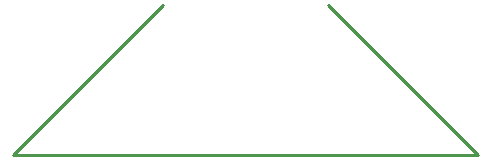
<source format=gbr>
G04 #@! TF.GenerationSoftware,KiCad,Pcbnew,5.0.1+dfsg1-3*
G04 #@! TF.CreationDate,2019-02-04T08:11:50-05:00*
G04 #@! TF.ProjectId,sharp_corner,73686172705F636F726E65722E6B6963,rev?*
G04 #@! TF.SameCoordinates,Original*
G04 #@! TF.FileFunction,Copper,L2,Bot,Signal*
G04 #@! TF.FilePolarity,Positive*
%FSLAX46Y46*%
G04 Gerber Fmt 4.6, Leading zero omitted, Abs format (unit mm)*
G04 Created by KiCad (PCBNEW 5.0.1+dfsg1-3) date Mon 04 Feb 2019 08:11:50 AM EST*
%MOMM*%
%LPD*%
G01*
G04 APERTURE LIST*
G04 #@! TA.AperFunction,Conductor*
%ADD10C,0.250000*%
G04 #@! TD*
G04 APERTURE END LIST*
D10*
G04 #@! TO.N,*
X138430000Y-106680000D02*
X151130000Y-93980000D01*
X138430000Y-106680000D02*
X177800000Y-106680000D01*
X177800000Y-106680000D02*
X165100000Y-93980000D01*
G04 #@! TD*
M02*

</source>
